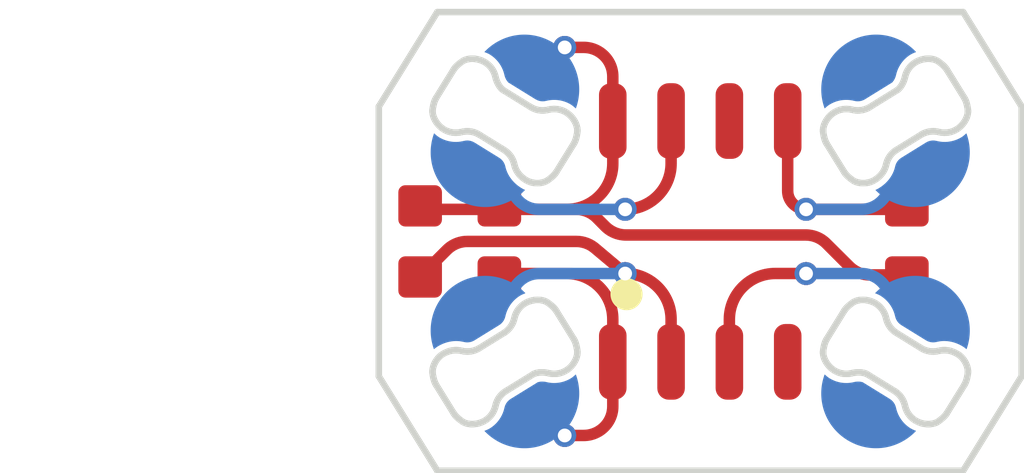
<source format=kicad_pcb>
(kicad_pcb (version 20241229) (generator "pcbnew") (generator_version "9.0")
  (layers (0 "F.Cu" signal) (2 "B.Cu" signal) (13 "F.Paste" user) (15 "B.Paste" user) (5 "F.SilkS" user "F.Silkscreen") (7 "B.SilkS" user "B.Silkscreen") (1 "F.Mask" user) (3 "B.Mask" user) (25 "Edge.Cuts" user))
  (net 0 "")
  (footprint "modules:v3.6-joint_padauk" (layer "F.Cu") (at 0 0)
    (property "Reference" "")
    (property "Value" "")
    (fp_line (start 8.000029 2.06034) (end 8.000029 7.940083) (stroke (width 0.141421)) (layer "Edge.Cuts"))
    (fp_line (start 8.000029 7.940083) (end 9.273853 9.999906) (stroke (width 0.141421)) (layer "Edge.Cuts"))
    (fp_line (start 9.169005 7.847774) (end 9.170435 7.81119) (stroke (width 0.141421)) (layer "Edge.Cuts"))
    (fp_line (start 9.169147 2.149868) (end 9.17205 2.118217) (stroke (width 0.141421)) (layer "Edge.Cuts"))
    (fp_line (start 9.170139 2.183453) (end 9.169147 2.149868) (stroke (width 0.141421)) (layer "Edge.Cuts"))
    (fp_line (start 9.170435 7.81119) (end 9.176133 7.773065) (stroke (width 0.141421)) (layer "Edge.Cuts"))
    (fp_line (start 9.17205 2.118217) (end 9.181253 2.065626) (stroke (width 0.141421)) (layer "Edge.Cuts"))
    (fp_line (start 9.17205 7.882206) (end 9.169005 7.847774) (stroke (width 0.141421)) (layer "Edge.Cuts"))
    (fp_line (start 9.174942 2.218536) (end 9.170139 2.183453) (stroke (width 0.141421)) (layer "Edge.Cuts"))
    (fp_line (start 9.176133 7.773065) (end 9.185895 7.734012) (stroke (width 0.141421)) (layer "Edge.Cuts"))
    (fp_line (start 9.181253 2.065626) (end 9.190847 2.020532) (stroke (width 0.141421)) (layer "Edge.Cuts"))
    (fp_line (start 9.181349 7.934896) (end 9.17205 7.882206) (stroke (width 0.141421)) (layer "Edge.Cuts"))
    (fp_line (start 9.183467 2.254681) (end 9.174942 2.218536) (stroke (width 0.141421)) (layer "Edge.Cuts"))
    (fp_line (start 9.185895 7.734012) (end 9.199513 7.694642) (stroke (width 0.141421)) (layer "Edge.Cuts"))
    (fp_line (start 9.190847 2.020532) (end 9.201 1.98181) (stroke (width 0.141421)) (layer "Edge.Cuts"))
    (fp_line (start 9.191011 7.980051) (end 9.181349 7.934896) (stroke (width 0.141421)) (layer "Edge.Cuts"))
    (fp_line (start 9.195627 2.291454) (end 9.183467 2.254681) (stroke (width 0.141421)) (layer "Edge.Cuts"))
    (fp_line (start 9.199513 7.694642) (end 9.21678 7.655567) (stroke (width 0.141421)) (layer "Edge.Cuts"))
    (fp_line (start 9.201 1.98181) (end 9.211883 1.948332) (stroke (width 0.141421)) (layer "Edge.Cuts"))
    (fp_line (start 9.201202 8.018801) (end 9.191011 7.980051) (stroke (width 0.141421)) (layer "Edge.Cuts"))
    (fp_line (start 9.211337 2.328417) (end 9.195627 2.291454) (stroke (width 0.141421)) (layer "Edge.Cuts"))
    (fp_line (start 9.211883 1.948332) (end 9.223664 1.918972) (stroke (width 0.141421)) (layer "Edge.Cuts"))
    (fp_line (start 9.21209 8.052274) (end 9.201202 8.018801) (stroke (width 0.141421)) (layer "Edge.Cuts"))
    (fp_line (start 9.21678 7.655567) (end 9.237491 7.617398) (stroke (width 0.141421)) (layer "Edge.Cuts"))
    (fp_line (start 9.223664 1.918972) (end 9.236513 1.892605) (stroke (width 0.141421)) (layer "Edge.Cuts"))
    (fp_line (start 9.22384 8.0816) (end 9.21209 8.052274) (stroke (width 0.141421)) (layer "Edge.Cuts"))
    (fp_line (start 9.230508 2.365136) (end 9.211337 2.328417) (stroke (width 0.141421)) (layer "Edge.Cuts"))
    (fp_line (start 9.236513 1.892605) (end 9.250598 1.868103) (stroke (width 0.141421)) (layer "Edge.Cuts"))
    (fp_line (start 9.236621 8.107905) (end 9.22384 8.0816) (stroke (width 0.141421)) (layer "Edge.Cuts"))
    (fp_line (start 9.237491 7.617398) (end 9.261439 7.580748) (stroke (width 0.141421)) (layer "Edge.Cuts"))
    (fp_line (start 9.250598 1.868103) (end 9.627319 1.258838) (stroke (width 0.141421)) (layer "Edge.Cuts"))
    (fp_line (start 9.250598 8.13232) (end 9.236621 8.107905) (stroke (width 0.141421)) (layer "Edge.Cuts"))
    (fp_line (start 9.253055 2.401175) (end 9.230508 2.365136) (stroke (width 0.141421)) (layer "Edge.Cuts"))
    (fp_line (start 9.261439 7.580748) (end 9.288417 7.546227) (stroke (width 0.141421)) (layer "Edge.Cuts"))
    (fp_line (start 9.273853 0) (end 8.000029 2.06034) (stroke (width 0.141421)) (layer "Edge.Cuts"))
    (fp_line (start 9.273853 9.999906) (end 20.726383 9.999906) (stroke (width 0.141421)) (layer "Edge.Cuts"))
    (fp_line (start 9.27889 2.436098) (end 9.253055 2.401175) (stroke (width 0.141421)) (layer "Edge.Cuts"))
    (fp_line (start 9.288417 7.546227) (end 9.31822 7.514447) (stroke (width 0.141421)) (layer "Edge.Cuts"))
    (fp_line (start 9.307927 2.469469) (end 9.27889 2.436098) (stroke (width 0.141421)) (layer "Edge.Cuts"))
    (fp_line (start 9.31822 7.514447) (end 9.350641 7.486021) (stroke (width 0.141421)) (layer "Edge.Cuts"))
    (fp_line (start 9.340079 2.500853) (end 9.307927 2.469469) (stroke (width 0.141421)) (layer "Edge.Cuts"))
    (fp_line (start 9.350641 7.486021) (end 9.385474 7.46156) (stroke (width 0.141421)) (layer "Edge.Cuts"))
    (fp_line (start 9.375258 2.529814) (end 9.340079 2.500853) (stroke (width 0.141421)) (layer "Edge.Cuts"))
    (fp_line (start 9.385474 7.46156) (end 9.42463 7.438949) (stroke (width 0.141421)) (layer "Edge.Cuts"))
    (fp_line (start 9.413379 2.555916) (end 9.375258 2.529814) (stroke (width 0.141421)) (layer "Edge.Cuts"))
    (fp_line (start 9.42463 7.438949) (end 9.463605 7.419671) (stroke (width 0.141421)) (layer "Edge.Cuts"))
    (fp_line (start 9.448962 2.575929) (end 9.413379 2.555916) (stroke (width 0.141421)) (layer "Edge.Cuts"))
    (fp_line (start 9.463605 7.419671) (end 9.502377 7.403664) (stroke (width 0.141421)) (layer "Edge.Cuts"))
    (fp_line (start 9.485795 2.592861) (end 9.448962 2.575929) (stroke (width 0.141421)) (layer "Edge.Cuts"))
    (fp_line (start 9.502377 7.403664) (end 9.540922 7.390862) (stroke (width 0.141421)) (layer "Edge.Cuts"))
    (fp_line (start 9.523688 2.606691) (end 9.485795 2.592861) (stroke (width 0.141421)) (layer "Edge.Cuts"))
    (fp_line (start 9.540922 7.390862) (end 9.579219 7.381201) (stroke (width 0.141421)) (layer "Edge.Cuts"))
    (fp_line (start 9.562448 2.617396) (end 9.523688 2.606691) (stroke (width 0.141421)) (layer "Edge.Cuts"))
    (fp_line (start 9.579219 7.381201) (end 9.617244 7.374616) (stroke (width 0.141421)) (layer "Edge.Cuts"))
    (fp_line (start 9.601883 2.624957) (end 9.562448 2.617396) (stroke (width 0.141421)) (layer "Edge.Cuts"))
    (fp_line (start 9.617244 7.374616) (end 9.654975 7.371045) (stroke (width 0.141421)) (layer "Edge.Cuts"))
    (fp_line (start 9.627319 1.258838) (end 9.64295 1.235193) (stroke (width 0.141421)) (layer "Edge.Cuts"))
    (fp_line (start 9.627319 8.741585) (end 9.250598 8.13232) (stroke (width 0.141421)) (layer "Edge.Cuts"))
    (fp_line (start 9.641804 2.629351) (end 9.601883 2.624957) (stroke (width 0.141421)) (layer "Edge.Cuts"))
    (fp_line (start 9.64295 1.235193) (end 9.660806 1.211802) (stroke (width 0.141421)) (layer "Edge.Cuts"))
    (fp_line (start 9.642953 8.76524) (end 9.627319 8.741585) (stroke (width 0.141421)) (layer "Edge.Cuts"))
    (fp_line (start 9.654975 7.371045) (end 9.692389 7.370421) (stroke (width 0.141421)) (layer "Edge.Cuts"))
    (fp_line (start 9.660806 1.211802) (end 9.681815 1.188013) (stroke (width 0.141421)) (layer "Edge.Cuts"))
    (fp_line (start 9.660811 8.788637) (end 9.642953 8.76524) (stroke (width 0.141421)) (layer "Edge.Cuts"))
    (fp_line (start 9.681815 1.188013) (end 9.706904 1.163178) (stroke (width 0.141421)) (layer "Edge.Cuts"))
    (fp_line (start 9.681822 8.812426) (end 9.660811 8.788637) (stroke (width 0.141421)) (layer "Edge.Cuts"))
    (fp_line (start 9.682017 2.630556) (end 9.641804 2.629351) (stroke (width 0.141421)) (layer "Edge.Cuts"))
    (fp_line (start 9.692389 7.370421) (end 9.729463 7.372681) (stroke (width 0.141421)) (layer "Edge.Cuts"))
    (fp_line (start 9.706904 1.163178) (end 9.737003 1.136648) (stroke (width 0.141421)) (layer "Edge.Cuts"))
    (fp_line (start 9.706913 8.837259) (end 9.681822 8.812426) (stroke (width 0.141421)) (layer "Edge.Cuts"))
    (fp_line (start 9.722333 2.628552) (end 9.682017 2.630556) (stroke (width 0.141421)) (layer "Edge.Cuts"))
    (fp_line (start 9.729463 7.372681) (end 9.766175 7.377761) (stroke (width 0.141421)) (layer "Edge.Cuts"))
    (fp_line (start 9.737003 1.136648) (end 9.773038 1.107773) (stroke (width 0.141421)) (layer "Edge.Cuts"))
    (fp_line (start 9.73701 8.863785) (end 9.706913 8.837259) (stroke (width 0.141421)) (layer "Edge.Cuts"))
    (fp_line (start 9.762558 2.623316) (end 9.722333 2.628552) (stroke (width 0.141421)) (layer "Edge.Cuts"))
    (fp_line (start 9.766175 7.377761) (end 9.802502 7.385596) (stroke (width 0.141421)) (layer "Edge.Cuts"))
    (fp_line (start 9.773038 1.107773) (end 9.815938 1.075903) (stroke (width 0.141421)) (layer "Edge.Cuts"))
    (fp_line (start 9.773041 8.892655) (end 9.73701 8.863785) (stroke (width 0.141421)) (layer "Edge.Cuts"))
    (fp_line (start 9.802502 2.614828) (end 9.762558 2.623316) (stroke (width 0.141421)) (layer "Edge.Cuts"))
    (fp_line (start 9.802502 7.385596) (end 9.842405 7.394064) (stroke (width 0.141421)) (layer "Edge.Cuts"))
    (fp_line (start 9.815933 8.924519) (end 9.773041 8.892655) (stroke (width 0.141421)) (layer "Edge.Cuts"))
    (fp_line (start 9.815938 1.075903) (end 9.845327 1.057828) (stroke (width 0.141421)) (layer "Edge.Cuts"))
    (fp_line (start 9.842405 2.606349) (end 9.802502 2.614828) (stroke (width 0.141421)) (layer "Edge.Cuts"))
    (fp_line (start 9.842405 7.394064) (end 9.882513 7.39927) (stroke (width 0.141421)) (layer "Edge.Cuts"))
    (fp_line (start 9.842922 8.941315) (end 9.815933 8.924519) (stroke (width 0.141421)) (layer "Edge.Cuts"))
    (fp_line (start 9.845327 1.057828) (end 9.878724 1.042872) (stroke (width 0.141421)) (layer "Edge.Cuts"))
    (fp_line (start 9.873381 8.955484) (end 9.842922 8.941315) (stroke (width 0.141421)) (layer "Edge.Cuts"))
    (fp_line (start 9.878724 1.042872) (end 9.915598 1.031174) (stroke (width 0.141421)) (layer "Edge.Cuts"))
    (fp_line (start 9.882513 2.601137) (end 9.842405 2.606349) (stroke (width 0.141421)) (layer "Edge.Cuts"))
    (fp_line (start 9.882513 7.39927) (end 9.922646 7.401245) (stroke (width 0.141421)) (layer "Edge.Cuts"))
    (fp_line (start 9.906882 8.96691) (end 9.873381 8.955484) (stroke (width 0.141421)) (layer "Edge.Cuts"))
    (fp_line (start 9.915598 1.031174) (end 9.955416 1.02287) (stroke (width 0.141421)) (layer "Edge.Cuts"))
    (fp_line (start 9.922646 2.599159) (end 9.882513 2.601137) (stroke (width 0.141421)) (layer "Edge.Cuts"))
    (fp_line (start 9.922646 7.401245) (end 9.962622 7.400019) (stroke (width 0.141421)) (layer "Edge.Cuts"))
    (fp_line (start 9.942997 8.975474) (end 9.906882 8.96691) (stroke (width 0.141421)) (layer "Edge.Cuts"))
    (fp_line (start 9.955416 1.02287) (end 9.997649 1.018097) (stroke (width 0.141421)) (layer "Edge.Cuts"))
    (fp_line (start 9.962622 2.600385) (end 9.922646 2.599159) (stroke (width 0.141421)) (layer "Edge.Cuts"))
    (fp_line (start 9.962622 7.400019) (end 10.002261 7.395624) (stroke (width 0.141421)) (layer "Edge.Cuts"))
    (fp_line (start 9.981299 8.981059) (end 9.942997 8.975474) (stroke (width 0.141421)) (layer "Edge.Cuts"))
    (fp_line (start 9.997649 1.018097) (end 10.041764 1.016992) (stroke (width 0.141421)) (layer "Edge.Cuts"))
    (fp_line (start 10.00226 2.604781) (end 9.962622 2.600385) (stroke (width 0.141421)) (layer "Edge.Cuts"))
    (fp_line (start 10.002261 7.395624) (end 10.04138 7.388092) (stroke (width 0.141421)) (layer "Edge.Cuts"))
    (fp_line (start 10.02136 8.983547) (end 9.981299 8.981059) (stroke (width 0.141421)) (layer "Edge.Cuts"))
    (fp_line (start 10.04138 2.612317) (end 10.00226 2.604781) (stroke (width 0.141421)) (layer "Edge.Cuts"))
    (fp_line (start 10.04138 7.388092) (end 10.079799 7.377452) (stroke (width 0.141421)) (layer "Edge.Cuts"))
    (fp_line (start 10.041764 1.016992) (end 10.075758 1.018659) (stroke (width 0.141421)) (layer "Edge.Cuts"))
    (fp_line (start 10.062753 8.982821) (end 10.02136 8.983547) (stroke (width 0.141421)) (layer "Edge.Cuts"))
    (fp_line (start 10.075758 1.018659) (end 10.110267 1.022542) (stroke (width 0.141421)) (layer "Edge.Cuts"))
    (fp_line (start 10.079799 2.62296) (end 10.04138 2.612317) (stroke (width 0.141421)) (layer "Edge.Cuts"))
    (fp_line (start 10.079799 7.377452) (end 10.117337 7.363736) (stroke (width 0.141421)) (layer "Edge.Cuts"))
    (fp_line (start 10.10505 8.978762) (end 10.062753 8.982821) (stroke (width 0.141421)) (layer "Edge.Cuts"))
    (fp_line (start 10.110267 1.022542) (end 10.145057 1.028706) (stroke (width 0.141421)) (layer "Edge.Cuts"))
    (fp_line (start 10.117337 2.63668) (end 10.079799 2.62296) (stroke (width 0.141421)) (layer "Edge.Cuts"))
    (fp_line (start 10.117337 7.363736) (end 10.153811 7.346976) (stroke (width 0.141421)) (layer "Edge.Cuts"))
    (fp_line (start 10.145057 1.028706) (end 10.179898 1.037217) (stroke (width 0.141421)) (layer "Edge.Cuts"))
    (fp_line (start 10.147823 8.971253) (end 10.10505 8.978762) (stroke (width 0.141421)) (layer "Edge.Cuts"))
    (fp_line (start 10.153811 2.653445) (end 10.117337 2.63668) (stroke (width 0.141421)) (layer "Edge.Cuts"))
    (fp_line (start 10.153811 7.346976) (end 10.189042 7.327202) (stroke (width 0.141421)) (layer "Edge.Cuts"))
    (fp_line (start 10.179898 1.037217) (end 10.214558 1.048142) (stroke (width 0.141421)) (layer "Edge.Cuts"))
    (fp_line (start 10.189042 2.673222) (end 10.153811 2.653445) (stroke (width 0.141421)) (layer "Edge.Cuts"))
    (fp_line (start 10.189042 7.327202) (end 10.726477 6.994922) (stroke (width 0.141421)) (layer "Edge.Cuts"))
    (fp_line (start 10.190645 8.960177) (end 10.147823 8.971253) (stroke (width 0.141421)) (layer "Edge.Cuts"))
    (fp_line (start 10.214558 1.048142) (end 10.248805 1.061546) (stroke (width 0.141421)) (layer "Edge.Cuts"))
    (fp_line (start 10.233088 8.945416) (end 10.190645 8.960177) (stroke (width 0.141421)) (layer "Edge.Cuts"))
    (fp_line (start 10.248805 1.061546) (end 10.282407 1.077496) (stroke (width 0.141421)) (layer "Edge.Cuts"))
    (fp_line (start 10.274725 8.926851) (end 10.233088 8.945416) (stroke (width 0.141421)) (layer "Edge.Cuts"))
    (fp_line (start 10.282407 1.077496) (end 10.315133 1.096057) (stroke (width 0.141421)) (layer "Edge.Cuts"))
    (fp_line (start 10.315128 8.904366) (end 10.274725 8.926851) (stroke (width 0.141421)) (layer "Edge.Cuts"))
    (fp_line (start 10.315133 1.096057) (end 10.348841 1.118856) (stroke (width 0.141421)) (layer "Edge.Cuts"))
    (fp_line (start 10.348822 8.881557) (end 10.315128 8.904366) (stroke (width 0.141421)) (layer "Edge.Cuts"))
    (fp_line (start 10.348841 1.118856) (end 10.380398 1.144149) (stroke (width 0.141421)) (layer "Edge.Cuts"))
    (fp_line (start 10.380342 8.85626) (end 10.348822 8.881557) (stroke (width 0.141421)) (layer "Edge.Cuts"))
    (fp_line (start 10.380398 1.144149) (end 10.409689 1.17177) (stroke (width 0.141421)) (layer "Edge.Cuts"))
    (fp_line (start 10.409578 8.828639) (end 10.380342 8.85626) (stroke (width 0.141421)) (layer "Edge.Cuts"))
    (fp_line (start 10.409689 1.17177) (end 10.436597 1.201555) (stroke (width 0.141421)) (layer "Edge.Cuts"))
    (fp_line (start 10.436419 8.798857) (end 10.409578 8.828639) (stroke (width 0.141421)) (layer "Edge.Cuts"))
    (fp_line (start 10.436597 1.201555) (end 10.461005 1.233338) (stroke (width 0.141421)) (layer "Edge.Cuts"))
    (fp_line (start 10.460753 8.767078) (end 10.436419 8.798857) (stroke (width 0.141421)) (layer "Edge.Cuts"))
    (fp_line (start 10.461005 1.233338) (end 10.482797 1.266954) (stroke (width 0.141421)) (layer "Edge.Cuts"))
    (fp_line (start 10.482471 8.733467) (end 10.460753 8.767078) (stroke (width 0.141421)) (layer "Edge.Cuts"))
    (fp_line (start 10.482797 1.266954) (end 10.501857 1.302239) (stroke (width 0.141421)) (layer "Edge.Cuts"))
    (fp_line (start 10.50146 8.698186) (end 10.482471 8.733467) (stroke (width 0.141421)) (layer "Edge.Cuts"))
    (fp_line (start 10.501857 1.302239) (end 10.518067 1.339026) (stroke (width 0.141421)) (layer "Edge.Cuts"))
    (fp_line (start 10.517611 8.661401) (end 10.50146 8.698186) (stroke (width 0.141421)) (layer "Edge.Cuts"))
    (fp_line (start 10.518067 1.339026) (end 10.531312 1.377152) (stroke (width 0.141421)) (layer "Edge.Cuts"))
    (fp_line (start 10.530813 8.623275) (end 10.517611 8.661401) (stroke (width 0.141421)) (layer "Edge.Cuts"))
    (fp_line (start 10.531312 1.377152) (end 10.541475 1.416451) (stroke (width 0.141421)) (layer "Edge.Cuts"))
    (fp_line (start 10.540954 8.583972) (end 10.530813 8.623275) (stroke (width 0.141421)) (layer "Edge.Cuts"))
    (fp_line (start 10.541475 1.416451) (end 10.552816 1.459988) (stroke (width 0.141421)) (layer "Edge.Cuts"))
    (fp_line (start 10.551066 8.544686) (end 10.540954 8.583972) (stroke (width 0.141421)) (layer "Edge.Cuts"))
    (fp_line (start 10.552816 1.459988) (end 10.567381 1.501722) (stroke (width 0.141421)) (layer "Edge.Cuts"))
    (fp_line (start 10.564199 8.506636) (end 10.551066 8.544686) (stroke (width 0.141421)) (layer "Edge.Cuts"))
    (fp_line (start 10.567381 1.501722) (end 10.584568 1.541152) (stroke (width 0.141421)) (layer "Edge.Cuts"))
    (fp_line (start 10.580242 8.469972) (end 10.564199 8.506636) (stroke (width 0.141421)) (layer "Edge.Cuts"))
    (fp_line (start 10.584568 1.541152) (end 10.603771 1.577774) (stroke (width 0.141421)) (layer "Edge.Cuts"))
    (fp_line (start 10.599085 8.434842) (end 10.580242 8.469972) (stroke (width 0.141421)) (layer "Edge.Cuts"))
    (fp_line (start 10.603771 1.577774) (end 10.624388 1.611087) (stroke (width 0.141421)) (layer "Edge.Cuts"))
    (fp_line (start 10.620616 8.401395) (end 10.599085 8.434842) (stroke (width 0.141421)) (layer "Edge.Cuts"))
    (fp_line (start 10.624388 1.611087) (end 10.645814 1.640588) (stroke (width 0.141421)) (layer "Edge.Cuts"))
    (fp_line (start 10.644724 8.369779) (end 10.620616 8.401395) (stroke (width 0.141421)) (layer "Edge.Cuts"))
    (fp_line (start 10.645814 1.640588) (end 10.667445 1.665773) (stroke (width 0.141421)) (layer "Edge.Cuts"))
    (fp_line (start 10.667445 1.665773) (end 10.688678 1.686141) (stroke (width 0.141421)) (layer "Edge.Cuts"))
    (fp_line (start 10.671299 8.340145) (end 10.644724 8.369779) (stroke (width 0.141421)) (layer "Edge.Cuts"))
    (fp_line (start 10.688678 1.686141) (end 10.708907 1.701188) (stroke (width 0.141421)) (layer "Edge.Cuts"))
    (fp_line (start 10.700229 8.312639) (end 10.671299 8.340145) (stroke (width 0.141421)) (layer "Edge.Cuts"))
    (fp_line (start 10.708907 1.701188) (end 11.307837 2.071708) (stroke (width 0.141421)) (layer "Edge.Cuts"))
    (fp_line (start 10.726477 6.994922) (end 10.759929 6.972248) (stroke (width 0.141421)) (layer "Edge.Cuts"))
    (fp_line (start 10.726994 3.005492) (end 10.189042 2.673222) (stroke (width 0.141421)) (layer "Edge.Cuts"))
    (fp_line (start 10.731404 8.287412) (end 10.700229 8.312639) (stroke (width 0.141421)) (layer "Edge.Cuts"))
    (fp_line (start 10.759929 6.972248) (end 10.791252 6.947102) (stroke (width 0.141421)) (layer "Edge.Cuts"))
    (fp_line (start 10.760431 3.028166) (end 10.726994 3.005492) (stroke (width 0.141421)) (layer "Edge.Cuts"))
    (fp_line (start 10.764713 8.264612) (end 10.731404 8.287412) (stroke (width 0.141421)) (layer "Edge.Cuts"))
    (fp_line (start 10.791252 6.947102) (end 10.820335 6.919633) (stroke (width 0.141421)) (layer "Edge.Cuts"))
    (fp_line (start 10.791716 3.053312) (end 10.760431 3.028166) (stroke (width 0.141421)) (layer "Edge.Cuts"))
    (fp_line (start 10.820335 6.919633) (end 10.847065 6.889994) (stroke (width 0.141421)) (layer "Edge.Cuts"))
    (fp_line (start 10.820741 3.080779) (end 10.791716 3.053312) (stroke (width 0.141421)) (layer "Edge.Cuts"))
    (fp_line (start 10.847065 6.889994) (end 10.871332 6.858335) (stroke (width 0.141421)) (layer "Edge.Cuts"))
    (fp_line (start 10.847402 3.110417) (end 10.820741 3.080779) (stroke (width 0.141421)) (layer "Edge.Cuts"))
    (fp_line (start 10.871332 6.858335) (end 10.893023 6.824808) (stroke (width 0.141421)) (layer "Edge.Cuts"))
    (fp_line (start 10.871593 3.142075) (end 10.847402 3.110417) (stroke (width 0.141421)) (layer "Edge.Cuts"))
    (fp_line (start 10.893023 6.824808) (end 10.912025 6.789565) (stroke (width 0.141421)) (layer "Edge.Cuts"))
    (fp_line (start 10.893207 3.1756) (end 10.871593 3.142075) (stroke (width 0.141421)) (layer "Edge.Cuts"))
    (fp_line (start 10.912025 6.789565) (end 10.928228 6.752756) (stroke (width 0.141421)) (layer "Edge.Cuts"))
    (fp_line (start 10.91214 3.210844) (end 10.893207 3.1756) (stroke (width 0.141421)) (layer "Edge.Cuts"))
    (fp_line (start 10.928228 6.752756) (end 10.941519 6.714532) (stroke (width 0.141421)) (layer "Edge.Cuts"))
    (fp_line (start 10.928284 3.247654) (end 10.91214 3.210844) (stroke (width 0.141421)) (layer "Edge.Cuts"))
    (fp_line (start 10.941519 6.714532) (end 10.951786 6.675045) (stroke (width 0.141421)) (layer "Edge.Cuts"))
    (fp_line (start 10.941535 3.285879) (end 10.928284 3.247654) (stroke (width 0.141421)) (layer "Edge.Cuts"))
    (fp_line (start 10.951786 3.325369) (end 10.941535 3.285879) (stroke (width 0.141421)) (layer "Edge.Cuts"))
    (fp_line (start 10.951786 6.675045) (end 10.962061 6.635512) (stroke (width 0.141421)) (layer "Edge.Cuts"))
    (fp_line (start 10.961024 3.361369) (end 10.951786 3.325369) (stroke (width 0.141421)) (layer "Edge.Cuts"))
    (fp_line (start 10.962061 6.635512) (end 10.975378 6.597171) (stroke (width 0.141421)) (layer "Edge.Cuts"))
    (fp_line (start 10.972916 3.396476) (end 10.961024 3.361369) (stroke (width 0.141421)) (layer "Edge.Cuts"))
    (fp_line (start 10.975378 6.597171) (end 10.99163 6.560186) (stroke (width 0.141421)) (layer "Edge.Cuts"))
    (fp_line (start 10.987505 3.430644) (end 10.972916 3.396476) (stroke (width 0.141421)) (layer "Edge.Cuts"))
    (fp_line (start 10.99163 6.560186) (end 11.010712 6.524722) (stroke (width 0.141421)) (layer "Edge.Cuts"))
    (fp_line (start 11.004836 3.463824) (end 10.987505 3.430644) (stroke (width 0.141421)) (layer "Edge.Cuts"))
    (fp_line (start 11.010712 6.524722) (end 11.032517 6.490943) (stroke (width 0.141421)) (layer "Edge.Cuts"))
    (fp_line (start 11.024951 3.495968) (end 11.004836 3.463824) (stroke (width 0.141421)) (layer "Edge.Cuts"))
    (fp_line (start 11.032517 6.490943) (end 11.056937 6.459015) (stroke (width 0.141421)) (layer "Edge.Cuts"))
    (fp_line (start 11.047894 3.527027) (end 11.024951 3.495968) (stroke (width 0.141421)) (layer "Edge.Cuts"))
    (fp_line (start 11.056937 6.459015) (end 11.083867 6.429102) (stroke (width 0.141421)) (layer "Edge.Cuts"))
    (fp_line (start 11.073709 3.556953) (end 11.047894 3.527027) (stroke (width 0.141421)) (layer "Edge.Cuts"))
    (fp_line (start 11.083867 6.429102) (end 11.113199 6.401369) (stroke (width 0.141421)) (layer "Edge.Cuts"))
    (fp_line (start 11.102439 3.585699) (end 11.073709 3.556953) (stroke (width 0.141421)) (layer "Edge.Cuts"))
    (fp_line (start 11.113199 6.401369) (end 11.144828 6.375981) (stroke (width 0.141421)) (layer "Edge.Cuts"))
    (fp_line (start 11.134128 3.613216) (end 11.102439 3.585699) (stroke (width 0.141421)) (layer "Edge.Cuts"))
    (fp_line (start 11.144828 6.375981) (end 11.178646 6.353101) (stroke (width 0.141421)) (layer "Edge.Cuts"))
    (fp_line (start 11.168819 3.639455) (end 11.134128 3.613216) (stroke (width 0.141421)) (layer "Edge.Cuts"))
    (fp_line (start 11.178646 6.353101) (end 11.211367 6.3346) (stroke (width 0.141421)) (layer "Edge.Cuts"))
    (fp_line (start 11.206556 3.66437) (end 11.168819 3.639455) (stroke (width 0.141421)) (layer "Edge.Cuts"))
    (fp_line (start 11.211367 6.3346) (end 11.244972 6.318723) (stroke (width 0.141421)) (layer "Edge.Cuts"))
    (fp_line (start 11.244006 3.684591) (end 11.206556 3.66437) (stroke (width 0.141421)) (layer "Edge.Cuts"))
    (fp_line (start 11.244972 6.318723) (end 11.279225 6.3054) (stroke (width 0.141421)) (layer "Edge.Cuts"))
    (fp_line (start 11.279225 6.3054) (end 11.313893 6.294557) (stroke (width 0.141421)) (layer "Edge.Cuts"))
    (fp_line (start 11.283931 3.700874) (end 11.244006 3.684591) (stroke (width 0.141421)) (layer "Edge.Cuts"))
    (fp_line (start 11.307837 2.071708) (end 11.343122 2.091288) (stroke (width 0.141421)) (layer "Edge.Cuts"))
    (fp_line (start 11.313893 6.294557) (end 11.34874 6.286122) (stroke (width 0.141421)) (layer "Edge.Cuts"))
    (fp_line (start 11.32569 3.713309) (end 11.283931 3.700874) (stroke (width 0.141421)) (layer "Edge.Cuts"))
    (fp_line (start 11.343122 2.091288) (end 11.379613 2.107852) (stroke (width 0.141421)) (layer "Edge.Cuts"))
    (fp_line (start 11.34874 6.286122) (end 11.383533 6.280025) (stroke (width 0.141421)) (layer "Edge.Cuts"))
    (fp_line (start 11.364159 7.894609) (end 10.764713 8.264612) (stroke (width 0.141421)) (layer "Edge.Cuts"))
    (fp_line (start 11.368643 3.721986) (end 11.32569 3.713309) (stroke (width 0.141421)) (layer "Edge.Cuts"))
    (fp_line (start 11.379613 2.107852) (end 11.41713 2.121375) (stroke (width 0.141421)) (layer "Edge.Cuts"))
    (fp_line (start 11.383533 6.280025) (end 11.418035 6.276192) (stroke (width 0.141421)) (layer "Edge.Cuts"))
    (fp_line (start 11.386653 7.883234) (end 11.364159 7.894609) (stroke (width 0.141421)) (layer "Edge.Cuts"))
    (fp_line (start 11.41215 3.726996) (end 11.368643 3.721986) (stroke (width 0.141421)) (layer "Edge.Cuts"))
    (fp_line (start 11.414331 7.873325) (end 11.386653 7.883234) (stroke (width 0.141421)) (layer "Edge.Cuts"))
    (fp_line (start 11.41713 2.121375) (end 11.455493 2.131827) (stroke (width 0.141421)) (layer "Edge.Cuts"))
    (fp_line (start 11.418035 6.276192) (end 11.452014 6.274552) (stroke (width 0.141421)) (layer "Edge.Cuts"))
    (fp_line (start 11.446482 7.865202) (end 11.414331 7.873325) (stroke (width 0.141421)) (layer "Edge.Cuts"))
    (fp_line (start 11.452014 6.274552) (end 11.496106 6.27568) (stroke (width 0.141421)) (layer "Edge.Cuts"))
    (fp_line (start 11.455493 2.131827) (end 11.494521 2.139183) (stroke (width 0.141421)) (layer "Edge.Cuts"))
    (fp_line (start 11.455568 3.728429) (end 11.41215 3.726996) (stroke (width 0.141421)) (layer "Edge.Cuts"))
    (fp_line (start 11.48239 7.859184) (end 11.446482 7.865202) (stroke (width 0.141421)) (layer "Edge.Cuts"))
    (fp_line (start 11.494521 2.139183) (end 11.534035 2.143414) (stroke (width 0.141421)) (layer "Edge.Cuts"))
    (fp_line (start 11.496106 6.27568) (end 11.538328 6.280477) (stroke (width 0.141421)) (layer "Edge.Cuts"))
    (fp_line (start 11.498259 3.726375) (end 11.455568 3.728429) (stroke (width 0.141421)) (layer "Edge.Cuts"))
    (fp_line (start 11.521344 7.855591) (end 11.48239 7.859184) (stroke (width 0.141421)) (layer "Edge.Cuts"))
    (fp_line (start 11.534035 2.143414) (end 11.573854 2.144494) (stroke (width 0.141421)) (layer "Edge.Cuts"))
    (fp_line (start 11.538328 6.280477) (end 11.578145 6.288798) (stroke (width 0.141421)) (layer "Edge.Cuts"))
    (fp_line (start 11.53958 3.720924) (end 11.498259 3.726375) (stroke (width 0.141421)) (layer "Edge.Cuts"))
    (fp_line (start 11.562629 7.854743) (end 11.521344 7.855591) (stroke (width 0.141421)) (layer "Edge.Cuts"))
    (fp_line (start 11.573854 2.144494) (end 11.613799 2.142395) (stroke (width 0.141421)) (layer "Edge.Cuts"))
    (fp_line (start 11.578145 6.288798) (end 11.615025 6.3005) (stroke (width 0.141421)) (layer "Edge.Cuts"))
    (fp_line (start 11.578892 3.712167) (end 11.53958 3.720924) (stroke (width 0.141421)) (layer "Edge.Cuts"))
    (fp_line (start 11.605532 7.856961) (end 11.562629 7.854743) (stroke (width 0.141421)) (layer "Edge.Cuts"))
    (fp_line (start 11.613799 2.142395) (end 11.653688 2.137091) (stroke (width 0.141421)) (layer "Edge.Cuts"))
    (fp_line (start 11.615025 6.3005) (end 11.648435 6.315436) (stroke (width 0.141421)) (layer "Edge.Cuts"))
    (fp_line (start 11.615553 3.700193) (end 11.578892 3.712167) (stroke (width 0.141421)) (layer "Edge.Cuts"))
    (fp_line (start 11.648435 6.315436) (end 11.67784 6.333463) (stroke (width 0.141421)) (layer "Edge.Cuts"))
    (fp_line (start 11.648923 3.685094) (end 11.615553 3.700193) (stroke (width 0.141421)) (layer "Edge.Cuts"))
    (fp_line (start 11.649339 7.862563) (end 11.605532 7.856961) (stroke (width 0.141421)) (layer "Edge.Cuts"))
    (fp_line (start 11.653688 2.137091) (end 11.693343 2.128552) (stroke (width 0.141421)) (layer "Edge.Cuts"))
    (fp_line (start 11.67784 6.333463) (end 11.720766 6.365231) (stroke (width 0.141421)) (layer "Edge.Cuts"))
    (fp_line (start 11.678362 3.66696) (end 11.648923 3.685094) (stroke (width 0.141421)) (layer "Edge.Cuts"))
    (fp_line (start 11.693338 7.871871) (end 11.649339 7.862563) (stroke (width 0.141421)) (layer "Edge.Cuts"))
    (fp_line (start 11.693343 2.128552) (end 11.733035 2.12005) (stroke (width 0.141421)) (layer "Edge.Cuts"))
    (fp_line (start 11.720766 6.365231) (end 11.756814 6.394021) (stroke (width 0.141421)) (layer "Edge.Cuts"))
    (fp_line (start 11.721333 3.635058) (end 11.678362 3.66696) (stroke (width 0.141421)) (layer "Edge.Cuts"))
    (fp_line (start 11.733027 7.880368) (end 11.693338 7.871871) (stroke (width 0.141421)) (layer "Edge.Cuts"))
    (fp_line (start 11.733035 2.12005) (end 11.773044 2.11482) (stroke (width 0.141421)) (layer "Edge.Cuts"))
    (fp_line (start 11.756814 6.394021) (end 11.786915 6.420479) (stroke (width 0.141421)) (layer "Edge.Cuts"))
    (fp_line (start 11.757406 3.606177) (end 11.721333 3.635058) (stroke (width 0.141421)) (layer "Edge.Cuts"))
    (fp_line (start 11.773034 7.885597) (end 11.733027 7.880368) (stroke (width 0.141421)) (layer "Edge.Cuts"))
    (fp_line (start 11.773044 2.11482) (end 11.813174 2.112837) (stroke (width 0.141421)) (layer "Edge.Cuts"))
    (fp_line (start 11.786915 6.420479) (end 11.811999 6.445249) (stroke (width 0.141421)) (layer "Edge.Cuts"))
    (fp_line (start 11.787514 3.579673) (end 11.757406 3.606177) (stroke (width 0.141421)) (layer "Edge.Cuts"))
    (fp_line (start 11.811999 6.445249) (end 11.832998 6.468976) (stroke (width 0.141421)) (layer "Edge.Cuts"))
    (fp_line (start 11.812592 3.5549) (end 11.787514 3.579673) (stroke (width 0.141421)) (layer "Edge.Cuts"))
    (fp_line (start 11.813162 7.887584) (end 11.773034 7.885597) (stroke (width 0.141421)) (layer "Edge.Cuts"))
    (fp_line (start 11.813174 2.112837) (end 11.853227 2.114071) (stroke (width 0.141421)) (layer "Edge.Cuts"))
    (fp_line (start 11.832998 6.468976) (end 11.850841 6.492305) (stroke (width 0.141421)) (layer "Edge.Cuts"))
    (fp_line (start 11.833574 3.531217) (end 11.812592 3.5549) (stroke (width 0.141421)) (layer "Edge.Cuts"))
    (fp_line (start 11.850841 6.492305) (end 11.866459 6.515881) (stroke (width 0.141421)) (layer "Edge.Cuts"))
    (fp_line (start 11.851392 3.507979) (end 11.833574 3.531217) (stroke (width 0.141421)) (layer "Edge.Cuts"))
    (fp_line (start 11.853216 7.886356) (end 11.813162 7.887584) (stroke (width 0.141421)) (layer "Edge.Cuts"))
    (fp_line (start 11.853227 2.114071) (end 11.893007 2.118494) (stroke (width 0.141421)) (layer "Edge.Cuts"))
    (fp_line (start 11.866459 6.515881) (end 12.24318 7.12463) (stroke (width 0.141421)) (layer "Edge.Cuts"))
    (fp_line (start 11.866981 3.484542) (end 11.851392 3.507979) (stroke (width 0.141421)) (layer "Edge.Cuts"))
    (fp_line (start 11.892996 7.88194) (end 11.853216 7.886356) (stroke (width 0.141421)) (layer "Edge.Cuts"))
    (fp_line (start 11.893007 2.118494) (end 11.932316 2.126078) (stroke (width 0.141421)) (layer "Edge.Cuts"))
    (fp_line (start 11.932307 7.874362) (end 11.892996 7.88194) (stroke (width 0.141421)) (layer "Edge.Cuts"))
    (fp_line (start 11.932316 2.126078) (end 11.970959 2.136796) (stroke (width 0.141421)) (layer "Edge.Cuts"))
    (fp_line (start 11.970951 7.863648) (end 11.932307 7.874362) (stroke (width 0.141421)) (layer "Edge.Cuts"))
    (fp_line (start 11.970959 2.136796) (end 12.008738 2.150618) (stroke (width 0.141421)) (layer "Edge.Cuts"))
    (fp_line (start 12.008731 7.849826) (end 11.970951 7.863648) (stroke (width 0.141421)) (layer "Edge.Cuts"))
    (fp_line (start 12.008738 2.150618) (end 12.045456 2.167516) (stroke (width 0.141421)) (layer "Edge.Cuts"))
    (fp_line (start 12.04545 7.832921) (end 12.008731 7.849826) (stroke (width 0.141421)) (layer "Edge.Cuts"))
    (fp_line (start 12.045456 2.167516) (end 12.080916 2.187463) (stroke (width 0.141421)) (layer "Edge.Cuts"))
    (fp_line (start 12.080911 7.81296) (end 12.04545 7.832921) (stroke (width 0.141421)) (layer "Edge.Cuts"))
    (fp_line (start 12.080916 2.187463) (end 12.119093 2.21355) (stroke (width 0.141421)) (layer "Edge.Cuts"))
    (fp_line (start 12.11909 7.786873) (end 12.080911 7.81296) (stroke (width 0.141421)) (layer "Edge.Cuts"))
    (fp_line (start 12.119093 2.21355) (end 12.154319 2.242499) (stroke (width 0.141421)) (layer "Edge.Cuts"))
    (fp_line (start 12.154317 7.757925) (end 12.11909 7.786873) (stroke (width 0.141421)) (layer "Edge.Cuts"))
    (fp_line (start 12.154319 2.242499) (end 12.186508 2.273875) (stroke (width 0.141421)) (layer "Edge.Cuts"))
    (fp_line (start 12.186507 7.726551) (end 12.154317 7.757925) (stroke (width 0.141421)) (layer "Edge.Cuts"))
    (fp_line (start 12.186508 2.273875) (end 12.215572 2.307242) (stroke (width 0.141421)) (layer "Edge.Cuts"))
    (fp_line (start 12.215572 2.307242) (end 12.241425 2.342163) (stroke (width 0.141421)) (layer "Edge.Cuts"))
    (fp_line (start 12.215572 7.693186) (end 12.186507 7.726551) (stroke (width 0.141421)) (layer "Edge.Cuts"))
    (fp_line (start 12.241425 2.342163) (end 12.26398 2.378202) (stroke (width 0.141421)) (layer "Edge.Cuts"))
    (fp_line (start 12.241425 7.658267) (end 12.215572 7.693186) (stroke (width 0.141421)) (layer "Edge.Cuts"))
    (fp_line (start 12.24318 7.12463) (end 12.257327 7.149189) (stroke (width 0.141421)) (layer "Edge.Cuts"))
    (fp_line (start 12.243185 2.875793) (end 11.866981 3.484542) (stroke (width 0.141421)) (layer "Edge.Cuts"))
    (fp_line (start 12.257327 7.149189) (end 12.270235 7.175637) (stroke (width 0.141421)) (layer "Edge.Cuts"))
    (fp_line (start 12.25733 2.85123) (end 12.243185 2.875793) (stroke (width 0.141421)) (layer "Edge.Cuts"))
    (fp_line (start 12.26398 2.378202) (end 12.283151 2.414924) (stroke (width 0.141421)) (layer "Edge.Cuts"))
    (fp_line (start 12.263981 7.62223) (end 12.241425 7.658267) (stroke (width 0.141421)) (layer "Edge.Cuts"))
    (fp_line (start 12.270235 7.175637) (end 12.282077 7.20509) (stroke (width 0.141421)) (layer "Edge.Cuts"))
    (fp_line (start 12.270238 2.824779) (end 12.25733 2.85123) (stroke (width 0.141421)) (layer "Edge.Cuts"))
    (fp_line (start 12.282077 7.20509) (end 12.293026 7.238662) (stroke (width 0.141421)) (layer "Edge.Cuts"))
    (fp_line (start 12.282081 2.795325) (end 12.270238 2.824779) (stroke (width 0.141421)) (layer "Edge.Cuts"))
    (fp_line (start 12.283151 2.414924) (end 12.29885 2.451892) (stroke (width 0.141421)) (layer "Edge.Cuts"))
    (fp_line (start 12.283152 7.585509) (end 12.263981 7.62223) (stroke (width 0.141421)) (layer "Edge.Cuts"))
    (fp_line (start 12.293026 7.238662) (end 12.303254 7.277471) (stroke (width 0.141421)) (layer "Edge.Cuts"))
    (fp_line (start 12.293032 2.761752) (end 12.282081 2.795325) (stroke (width 0.141421)) (layer "Edge.Cuts"))
    (fp_line (start 12.29885 2.451892) (end 12.310992 2.48867) (stroke (width 0.141421)) (layer "Edge.Cuts"))
    (fp_line (start 12.298852 7.548542) (end 12.283152 7.585509) (stroke (width 0.141421)) (layer "Edge.Cuts"))
    (fp_line (start 12.303254 7.277471) (end 12.312934 7.322632) (stroke (width 0.141421)) (layer "Edge.Cuts"))
    (fp_line (start 12.303262 2.722944) (end 12.293032 2.761752) (stroke (width 0.141421)) (layer "Edge.Cuts"))
    (fp_line (start 12.310992 2.48867) (end 12.319489 2.524822) (stroke (width 0.141421)) (layer "Edge.Cuts"))
    (fp_line (start 12.310993 7.511764) (end 12.298852 7.548542) (stroke (width 0.141421)) (layer "Edge.Cuts"))
    (fp_line (start 12.312934 7.322632) (end 12.32224 7.37526) (stroke (width 0.141421)) (layer "Edge.Cuts"))
    (fp_line (start 12.312942 2.677786) (end 12.303262 2.722944) (stroke (width 0.141421)) (layer "Edge.Cuts"))
    (fp_line (start 12.319489 2.524822) (end 12.324255 2.559912) (stroke (width 0.141421)) (layer "Edge.Cuts"))
    (fp_line (start 12.319489 7.475611) (end 12.310993 7.511764) (stroke (width 0.141421)) (layer "Edge.Cuts"))
    (fp_line (start 12.32224 7.37526) (end 12.325199 7.406923) (stroke (width 0.141421)) (layer "Edge.Cuts"))
    (fp_line (start 12.322245 2.625163) (end 12.312942 2.677786) (stroke (width 0.141421)) (layer "Edge.Cuts"))
    (fp_line (start 12.324253 7.440519) (end 12.319489 7.475611) (stroke (width 0.141421)) (layer "Edge.Cuts"))
    (fp_line (start 12.324255 2.559912) (end 12.325202 2.593505) (stroke (width 0.141421)) (layer "Edge.Cuts"))
    (fp_line (start 12.325199 7.406923) (end 12.324253 7.440519) (stroke (width 0.141421)) (layer "Edge.Cuts"))
    (fp_line (start 12.325202 2.593505) (end 12.322245 2.625163) (stroke (width 0.141421)) (layer "Edge.Cuts"))
    (fp_line (start 17.675032 7.406924) (end 17.677991 7.375261) (stroke (width 0.141421)) (layer "Edge.Cuts"))
    (fp_line (start 17.675039 2.593514) (end 17.675987 2.559922) (stroke (width 0.141421)) (layer "Edge.Cuts"))
    (fp_line (start 17.675978 7.440519) (end 17.675032 7.406924) (stroke (width 0.141421)) (layer "Edge.Cuts"))
    (fp_line (start 17.675987 2.559922) (end 17.680752 2.524831) (stroke (width 0.141421)) (layer "Edge.Cuts"))
    (fp_line (start 17.677991 7.375261) (end 17.687297 7.322633) (stroke (width 0.141421)) (layer "Edge.Cuts"))
    (fp_line (start 17.677996 2.625172) (end 17.675039 2.593514) (stroke (width 0.141421)) (layer "Edge.Cuts"))
    (fp_line (start 17.680743 7.475612) (end 17.675978 7.440519) (stroke (width 0.141421)) (layer "Edge.Cuts"))
    (fp_line (start 17.680752 2.524831) (end 17.68925 2.488679) (stroke (width 0.141421)) (layer "Edge.Cuts"))
    (fp_line (start 17.687296 2.677796) (end 17.677996 2.625172) (stroke (width 0.141421)) (layer "Edge.Cuts"))
    (fp_line (start 17.687297 7.322633) (end 17.696979 7.277473) (stroke (width 0.141421)) (layer "Edge.Cuts"))
    (fp_line (start 17.68924 7.511765) (end 17.680743 7.475612) (stroke (width 0.141421)) (layer "Edge.Cuts"))
    (fp_line (start 17.68925 2.488679) (end 17.701392 2.451901) (stroke (width 0.141421)) (layer "Edge.Cuts"))
    (fp_line (start 17.696975 2.722953) (end 17.687296 2.677796) (stroke (width 0.141421)) (layer "Edge.Cuts"))
    (fp_line (start 17.696979 7.277473) (end 17.707208 7.238666) (stroke (width 0.141421)) (layer "Edge.Cuts"))
    (fp_line (start 17.701381 7.548543) (end 17.68924 7.511765) (stroke (width 0.141421)) (layer "Edge.Cuts"))
    (fp_line (start 17.701392 2.451901) (end 17.717091 2.414933) (stroke (width 0.141421)) (layer "Edge.Cuts"))
    (fp_line (start 17.707205 2.761761) (end 17.696975 2.722953) (stroke (width 0.141421)) (layer "Edge.Cuts"))
    (fp_line (start 17.707208 7.238666) (end 17.718158 7.205094) (stroke (width 0.141421)) (layer "Edge.Cuts"))
    (fp_line (start 17.717081 7.58551) (end 17.701381 7.548543) (stroke (width 0.141421)) (layer "Edge.Cuts"))
    (fp_line (start 17.717091 2.414933) (end 17.736262 2.378211) (stroke (width 0.141421)) (layer "Edge.Cuts"))
    (fp_line (start 17.718157 2.795334) (end 17.707205 2.761761) (stroke (width 0.141421)) (layer "Edge.Cuts"))
    (fp_line (start 17.718158 7.205094) (end 17.73 7.175642) (stroke (width 0.141421)) (layer "Edge.Cuts"))
    (fp_line (start 17.73 7.175642) (end 17.742907 7.149193) (stroke (width 0.141421)) (layer "Edge.Cuts"))
    (fp_line (start 17.730002 2.824788) (end 17.718157 2.795334) (stroke (width 0.141421)) (layer "Edge.Cuts"))
    (fp_line (start 17.736252 7.62223) (end 17.717081 7.58551) (stroke (width 0.141421)) (layer "Edge.Cuts"))
    (fp_line (start 17.736262 2.378211) (end 17.758818 2.342172) (stroke (width 0.141421)) (layer "Edge.Cuts"))
    (fp_line (start 17.742907 7.149193) (end 17.757051 7.12463) (stroke (width 0.141421)) (layer "Edge.Cuts"))
    (fp_line (start 17.742911 2.851239) (end 17.730002 2.824788) (stroke (width 0.141421)) (layer "Edge.Cuts"))
    (fp_line (start 17.757051 7.12463) (end 18.133772 6.515882) (stroke (width 0.141421)) (layer "Edge.Cuts"))
    (fp_line (start 17.757056 2.875803) (end 17.742911 2.851239) (stroke (width 0.141421)) (layer "Edge.Cuts"))
    (fp_line (start 17.758808 7.658267) (end 17.736252 7.62223) (stroke (width 0.141421)) (layer "Edge.Cuts"))
    (fp_line (start 17.758818 2.342172) (end 17.784671 2.307251) (stroke (width 0.141421)) (layer "Edge.Cuts"))
    (fp_line (start 17.784662 7.693186) (end 17.758808 7.658267) (stroke (width 0.141421)) (layer "Edge.Cuts"))
    (fp_line (start 17.784671 2.307251) (end 17.813735 2.273885) (stroke (width 0.141421)) (layer "Edge.Cuts"))
    (fp_line (start 17.813727 7.726551) (end 17.784662 7.693186) (stroke (width 0.141421)) (layer "Edge.Cuts"))
    (fp_line (start 17.813735 2.273885) (end 17.845923 2.242509) (stroke (width 0.141421)) (layer "Edge.Cuts"))
    (fp_line (start 17.845916 7.757925) (end 17.813727 7.726551) (stroke (width 0.141421)) (layer "Edge.Cuts"))
    (fp_line (start 17.845923 2.242509) (end 17.881149 2.213559) (stroke (width 0.141421)) (layer "Edge.Cuts"))
    (fp_line (start 17.881143 7.786874) (end 17.845916 7.757925) (stroke (width 0.141421)) (layer "Edge.Cuts"))
    (fp_line (start 17.881149 2.213559) (end 17.919325 2.187473) (stroke (width 0.141421)) (layer "Edge.Cuts"))
    (fp_line (start 17.91932 7.81296) (end 17.881143 7.786874) (stroke (width 0.141421)) (layer "Edge.Cuts"))
    (fp_line (start 17.919325 2.187473) (end 17.954771 2.167525) (stroke (width 0.141421)) (layer "Edge.Cuts"))
    (fp_line (start 17.954771 2.167525) (end 17.99145 2.150627) (stroke (width 0.141421)) (layer "Edge.Cuts"))
    (fp_line (start 17.954781 7.832921) (end 17.91932 7.81296) (stroke (width 0.141421)) (layer "Edge.Cuts"))
    (fp_line (start 17.99145 2.150627) (end 18.029171 2.136805) (stroke (width 0.141421)) (layer "Edge.Cuts"))
    (fp_line (start 17.9915 7.849826) (end 17.954781 7.832921) (stroke (width 0.141421)) (layer "Edge.Cuts"))
    (fp_line (start 18.029171 2.136805) (end 18.067743 2.126088) (stroke (width 0.141421)) (layer "Edge.Cuts"))
    (fp_line (start 18.02928 7.863649) (end 17.9915 7.849826) (stroke (width 0.141421)) (layer "Edge.Cuts"))
    (fp_line (start 18.067743 2.126088) (end 18.106976 2.118503) (stroke (width 0.141421)) (layer "Edge.Cuts"))
    (fp_line (start 18.067924 7.874362) (end 18.02928 7.863649) (stroke (width 0.141421)) (layer "Edge.Cuts"))
    (fp_line (start 18.106976 2.118503) (end 18.146679 2.11408) (stroke (width 0.141421)) (layer "Edge.Cuts"))
    (fp_line (start 18.107235 7.881941) (end 18.067924 7.874362) (stroke (width 0.141421)) (layer "Edge.Cuts"))
    (fp_line (start 18.13326 3.484551) (end 17.757056 2.875803) (stroke (width 0.141421)) (layer "Edge.Cuts"))
    (fp_line (start 18.133772 6.515882) (end 18.14939 6.492306) (stroke (width 0.141421)) (layer "Edge.Cuts"))
    (fp_line (start 18.146679 2.11408) (end 18.186662 2.112846) (stroke (width 0.141421)) (layer "Edge.Cuts"))
    (fp_line (start 18.147016 7.886357) (end 18.107235 7.881941) (stroke (width 0.141421)) (layer "Edge.Cuts"))
    (fp_line (start 18.148848 3.507988) (end 18.13326 3.484551) (stroke (width 0.141421)) (layer "Edge.Cuts"))
    (fp_line (start 18.14939 6.492306) (end 18.167233 6.468977) (stroke (width 0.141421)) (layer "Edge.Cuts"))
    (fp_line (start 18.166666 3.531227) (end 18.148848 3.507988) (stroke (width 0.141421)) (layer "Edge.Cuts"))
    (fp_line (start 18.167233 6.468977) (end 18.188231 6.44525) (stroke (width 0.141421)) (layer "Edge.Cuts"))
    (fp_line (start 18.186662 2.112846) (end 18.226733 2.11483) (stroke (width 0.141421)) (layer "Edge.Cuts"))
    (fp_line (start 18.187069 7.887585) (end 18.147016 7.886357) (stroke (width 0.141421)) (layer "Edge.Cuts"))
    (fp_line (start 18.187648 3.55491) (end 18.166666 3.531227) (stroke (width 0.141421)) (layer "Edge.Cuts"))
    (fp_line (start 18.188231 6.44525) (end 18.213315 6.42048) (stroke (width 0.141421)) (layer "Edge.Cuts"))
    (fp_line (start 18.212726 3.579682) (end 18.187648 3.55491) (stroke (width 0.141421)) (layer "Edge.Cuts"))
    (fp_line (start 18.213315 6.42048) (end 18.243417 6.394022) (stroke (width 0.141421)) (layer "Edge.Cuts"))
    (fp_line (start 18.226733 2.11483) (end 18.266703 2.120059) (stroke (width 0.141421)) (layer "Edge.Cuts"))
    (fp_line (start 18.227197 7.885597) (end 18.187069 7.887585) (stroke (width 0.141421)) (layer "Edge.Cuts"))
    (fp_line (start 18.242836 3.606187) (end 18.212726 3.579682) (stroke (width 0.141421)) (layer "Edge.Cuts"))
    (fp_line (start 18.243417 6.394022) (end 18.279465 6.365232) (stroke (width 0.141421)) (layer "Edge.Cuts"))
    (fp_line (start 18.266703 2.120059) (end 18.306381 2.128562) (stroke (width 0.141421)) (layer "Edge.Cuts"))
    (fp_line (start 18.267204 7.880368) (end 18.227197 7.885597) (stroke (width 0.141421)) (layer "Edge.Cuts"))
    (fp_line (start 18.278909 3.635066) (end 18.242836 3.606187) (stroke (width 0.141421)) (layer "Edge.Cuts"))
    (fp_line (start 18.279465 6.365232) (end 18.322391 6.333464) (stroke (width 0.141421)) (layer "Edge.Cuts"))
    (fp_line (start 18.306381 2.128562) (end 18.346051 2.1371) (stroke (width 0.141421)) (layer "Edge.Cuts"))
    (fp_line (start 18.306893 7.871871) (end 18.267204 7.880368) (stroke (width 0.141421)) (layer "Edge.Cuts"))
    (fp_line (start 18.321881 3.666965) (end 18.278909 3.635066) (stroke (width 0.141421)) (layer "Edge.Cuts"))
    (fp_line (start 18.322391 6.333464) (end 18.351796 6.315436) (stroke (width 0.141421)) (layer "Edge.Cuts"))
    (fp_line (start 18.346051 2.1371) (end 18.38598 2.142406) (stroke (width 0.141421)) (layer "Edge.Cuts"))
    (fp_line (start 18.350892 7.862564) (end 18.306893 7.871871) (stroke (width 0.141421)) (layer "Edge.Cuts"))
    (fp_line (start 18.35132 3.685097) (end 18.321881 3.666965) (stroke (width 0.141421)) (layer "Edge.Cuts"))
    (fp_line (start 18.351796 6.315436) (end 18.385205 6.300499) (stroke (width 0.141421)) (layer "Edge.Cuts"))
    (fp_line (start 18.38469 3.700194) (end 18.35132 3.685097) (stroke (width 0.141421)) (layer "Edge.Cuts"))
    (fp_line (start 18.385205 6.300499) (end 18.422084 6.288798) (stroke (width 0.141421)) (layer "Edge.Cuts"))
    (fp_line (start 18.38598 2.142406) (end 18.425983 2.144505) (stroke (width 0.141421)) (layer "Edge.Cuts"))
    (fp_line (start 18.3947 7.856962) (end 18.350892 7.862564) (stroke (width 0.141421)) (layer "Edge.Cuts"))
    (fp_line (start 18.421352 3.712165) (end 18.38469 3.700194) (stroke (width 0.141421)) (layer "Edge.Cuts"))
    (fp_line (start 18.422084 6.288798) (end 18.461902 6.280476) (stroke (width 0.141421)) (layer "Edge.Cuts"))
    (fp_line (start 18.425983 2.144505) (end 18.465872 2.143426) (stroke (width 0.141421)) (layer "Edge.Cuts"))
    (fp_line (start 18.437603 7.854745) (end 18.3947 7.856962) (stroke (width 0.141421)) (layer "Edge.Cuts"))
    (fp_line (start 18.460663 3.72092) (end 18.421352 3.712165) (stroke (width 0.141421)) (layer "Edge.Cuts"))
    (fp_line (start 18.461902 6.280476) (end 18.504124 6.275679) (stroke (width 0.141421)) (layer "Edge.Cuts"))
    (fp_line (start 18.465872 2.143426) (end 18.505462 2.139196) (stroke (width 0.141421)) (layer "Edge.Cuts"))
    (fp_line (start 18.478888 7.855593) (end 18.437603 7.854745) (stroke (width 0.141421)) (layer "Edge.Cuts"))
    (fp_line (start 18.501985 3.726369) (end 18.460663 3.72092) (stroke (width 0.141421)) (layer "Edge.Cuts"))
    (fp_line (start 18.504124 6.275679) (end 18.548218 6.274552) (stroke (width 0.141421)) (layer "Edge.Cuts"))
    (fp_line (start 18.505462 2.139196) (end 18.544567 2.131841) (stroke (width 0.141421)) (layer "Edge.Cuts"))
    (fp_line (start 18.517841 7.859185) (end 18.478888 7.855593) (stroke (width 0.141421)) (layer "Edge.Cuts"))
    (fp_line (start 18.544567 2.131841) (end 18.583 2.121388) (stroke (width 0.141421)) (layer "Edge.Cuts"))
    (fp_line (start 18.544675 3.728422) (end 18.501985 3.726369) (stroke (width 0.141421)) (layer "Edge.Cuts"))
    (fp_line (start 18.548218 6.274552) (end 18.582196 6.276191) (stroke (width 0.141421)) (layer "Edge.Cuts"))
    (fp_line (start 18.55375 7.865203) (end 18.517841 7.859185) (stroke (width 0.141421)) (layer "Edge.Cuts"))
    (fp_line (start 18.582196 6.276191) (end 18.616699 6.280023) (stroke (width 0.141421)) (layer "Edge.Cuts"))
    (fp_line (start 18.583 2.121388) (end 18.620574 2.107866) (stroke (width 0.141421)) (layer "Edge.Cuts"))
    (fp_line (start 18.5859 7.873327) (end 18.55375 7.865203) (stroke (width 0.141421)) (layer "Edge.Cuts"))
    (fp_line (start 18.588093 3.726989) (end 18.544675 3.728422) (stroke (width 0.141421)) (layer "Edge.Cuts"))
    (fp_line (start 18.613578 7.883235) (end 18.5859 7.873327) (stroke (width 0.141421)) (layer "Edge.Cuts"))
    (fp_line (start 18.616699 6.280023) (end 18.651493 6.286121) (stroke (width 0.141421)) (layer "Edge.Cuts"))
    (fp_line (start 18.620574 2.107866) (end 18.657104 2.0913) (stroke (width 0.141421)) (layer "Edge.Cuts"))
    (fp_line (start 18.631599 3.72198) (end 18.588093 3.726989) (stroke (width 0.141421)) (layer "Edge.Cuts"))
    (fp_line (start 18.636072 7.894609) (end 18.613578 7.883235) (stroke (width 0.141421)) (layer "Edge.Cuts"))
    (fp_line (start 18.651493 6.286121) (end 18.686341 6.294556) (stroke (width 0.141421)) (layer "Edge.Cuts"))
    (fp_line (start 18.657104 2.0913) (end 18.692404 2.071718) (stroke (width 0.141421)) (layer "Edge.Cuts"))
    (fp_line (start 18.674552 3.713304) (end 18.631599 3.72198) (stroke (width 0.141421)) (layer "Edge.Cuts"))
    (fp_line (start 18.686341 6.294556) (end 18.72101 6.305399) (stroke (width 0.141421)) (layer "Edge.Cuts"))
    (fp_line (start 18.692404 2.071718) (end 19.291334 1.701188) (stroke (width 0.141421)) (layer "Edge.Cuts"))
    (fp_line (start 18.716312 3.700871) (end 18.674552 3.713304) (stroke (width 0.141421)) (layer "Edge.Cuts"))
    (fp_line (start 18.72101 6.305399) (end 18.755264 6.318723) (stroke (width 0.141421)) (layer "Edge.Cuts"))
    (fp_line (start 18.755264 6.318723) (end 18.788869 6.3346) (stroke (width 0.141421)) (layer "Edge.Cuts"))
    (fp_line (start 18.756237 3.684592) (end 18.716312 3.700871) (stroke (width 0.141421)) (layer "Edge.Cuts"))
    (fp_line (start 18.788869 6.3346) (end 18.82159 6.353101) (stroke (width 0.141421)) (layer "Edge.Cuts"))
    (fp_line (start 18.793687 3.664375) (end 18.756237 3.684592) (stroke (width 0.141421)) (layer "Edge.Cuts"))
    (fp_line (start 18.82159 6.3531) (end 18.855408 6.37598) (stroke (width 0.141421)) (layer "Edge.Cuts"))
    (fp_line (start 18.82159 6.353101) (end 18.82159 6.3531) (stroke (width 0.141421)) (layer "Edge.Cuts"))
    (fp_line (start 18.831421 3.639462) (end 18.793687 3.664375) (stroke (width 0.141421)) (layer "Edge.Cuts"))
    (fp_line (start 18.855408 6.37598) (end 18.887036 6.401369) (stroke (width 0.141421)) (layer "Edge.Cuts"))
    (fp_line (start 18.866111 3.613224) (end 18.831421 3.639462) (stroke (width 0.141421)) (layer "Edge.Cuts"))
    (fp_line (start 18.887036 6.401369) (end 18.916369 6.429104) (stroke (width 0.141421)) (layer "Edge.Cuts"))
    (fp_line (start 18.897798 3.585708) (end 18.866111 3.613224) (stroke (width 0.141421)) (layer "Edge.Cuts"))
    (fp_line (start 18.916369 6.429104) (end 18.943298 6.459017) (stroke (width 0.141421)) (layer "Edge.Cuts"))
    (fp_line (start 18.926528 3.556962) (end 18.897798 3.585708) (stroke (width 0.141421)) (layer "Edge.Cuts"))
    (fp_line (start 18.943298 6.459017) (end 18.967718 6.490946) (stroke (width 0.141421)) (layer "Edge.Cuts"))
    (fp_line (start 18.952342 3.527036) (end 18.926528 3.556962) (stroke (width 0.141421)) (layer "Edge.Cuts"))
    (fp_line (start 18.967718 6.490946) (end 18.989522 6.524725) (stroke (width 0.141421)) (layer "Edge.Cuts"))
    (fp_line (start 18.975286 3.495977) (end 18.952342 3.527036) (stroke (width 0.141421)) (layer "Edge.Cuts"))
    (fp_line (start 18.989522 6.524725) (end 19.008604 6.560189) (stroke (width 0.141421)) (layer "Edge.Cuts"))
    (fp_line (start 18.995401 3.463833) (end 18.975286 3.495977) (stroke (width 0.141421)) (layer "Edge.Cuts"))
    (fp_line (start 19.008604 6.560189) (end 19.024857 6.597174) (stroke (width 0.141421)) (layer "Edge.Cuts"))
    (fp_line (start 19.012732 3.430653) (end 18.995401 3.463833) (stroke (width 0.141421)) (layer "Edge.Cuts"))
    (fp_line (start 19.024857 6.597174) (end 19.038175 6.635514) (stroke (width 0.141421)) (layer "Edge.Cuts"))
    (fp_line (start 19.027322 3.396485) (end 19.012732 3.430653) (stroke (width 0.141421)) (layer "Edge.Cuts"))
    (fp_line (start 19.038175 6.635514) (end 19.04845 6.675045) (stroke (width 0.141421)) (layer "Edge.Cuts"))
    (fp_line (start 19.039214 3.361377) (end 19.027322 3.396485) (stroke (width 0.141421)) (layer "Edge.Cuts"))
    (fp_line (start 19.04845 6.675045) (end 19.058717 6.714534) (stroke (width 0.141421)) (layer "Edge.Cuts"))
    (fp_line (start 19.048452 3.325378) (end 19.039214 3.361377) (stroke (width 0.141421)) (layer "Edge.Cuts"))
    (fp_line (start 19.058703 3.285888) (end 19.048452 3.325378) (stroke (width 0.141421)) (layer "Edge.Cuts"))
    (fp_line (start 19.058717 6.714534) (end 19.072008 6.752759) (stroke (width 0.141421)) (layer "Edge.Cuts"))
    (fp_line (start 19.071953 3.247662) (end 19.058703 3.285888) (stroke (width 0.141421)) (layer "Edge.Cuts"))
    (fp_line (start 19.072008 6.752759) (end 19.088211 6.789568) (stroke (width 0.141421)) (layer "Edge.Cuts"))
    (fp_line (start 19.088098 3.210852) (end 19.071953 3.247662) (stroke (width 0.141421)) (layer "Edge.Cuts"))
    (fp_line (start 19.088211 6.789568) (end 19.107213 6.824812) (stroke (width 0.141421)) (layer "Edge.Cuts"))
    (fp_line (start 19.10703 3.175609) (end 19.088098 3.210852) (stroke (width 0.141421)) (layer "Edge.Cuts"))
    (fp_line (start 19.107213 6.824812) (end 19.128904 6.858338) (stroke (width 0.141421)) (layer "Edge.Cuts"))
    (fp_line (start 19.128644 3.142083) (end 19.10703 3.175609) (stroke (width 0.141421)) (layer "Edge.Cuts"))
    (fp_line (start 19.128904 6.858338) (end 19.153171 6.889996) (stroke (width 0.141421)) (layer "Edge.Cuts"))
    (fp_line (start 19.152835 3.110425) (end 19.128644 3.142083) (stroke (width 0.141421)) (layer "Edge.Cuts"))
    (fp_line (start 19.153171 6.889996) (end 19.179901 6.919634) (stroke (width 0.141421)) (layer "Edge.Cuts"))
    (fp_line (start 19.179497 3.080787) (end 19.152835 3.110425) (stroke (width 0.141421)) (layer "Edge.Cuts"))
    (fp_line (start 19.179901 6.919634) (end 19.208984 6.947102) (stroke (width 0.141421)) (layer "Edge.Cuts"))
    (fp_line (start 19.208522 3.05332) (end 19.179497 3.080787) (stroke (width 0.141421)) (layer "Edge.Cuts"))
    (fp_line (start 19.208984 6.947102) (end 19.240307 6.972248) (stroke (width 0.141421)) (layer "Edge.Cuts"))
    (fp_line (start 19.235518 8.264612) (end 18.636072 7.894609) (stroke (width 0.141421)) (layer "Edge.Cuts"))
    (fp_line (start 19.239807 3.028174) (end 19.208522 3.05332) (stroke (width 0.141421)) (layer "Edge.Cuts"))
    (fp_line (start 19.240307 6.972248) (end 19.273759 6.994922) (stroke (width 0.141421)) (layer "Edge.Cuts"))
    (fp_line (start 19.268826 8.287413) (end 19.235518 8.264612) (stroke (width 0.141421)) (layer "Edge.Cuts"))
    (fp_line (start 19.273244 3.005501) (end 19.239807 3.028174) (stroke (width 0.141421)) (layer "Edge.Cuts"))
    (fp_line (start 19.273759 6.994922) (end 19.811194 7.327201) (stroke (width 0.141421)) (layer "Edge.Cuts"))
    (fp_line (start 19.291334 1.701188) (end 19.311563 1.686141) (stroke (width 0.141421)) (layer "Edge.Cuts"))
    (fp_line (start 19.300001 8.31264) (end 19.268826 8.287413) (stroke (width 0.141421)) (layer "Edge.Cuts"))
    (fp_line (start 19.311563 1.686141) (end 19.332795 1.665773) (stroke (width 0.141421)) (layer "Edge.Cuts"))
    (fp_line (start 19.328931 8.340145) (end 19.300001 8.31264) (stroke (width 0.141421)) (layer "Edge.Cuts"))
    (fp_line (start 19.332795 1.665773) (end 19.354426 1.640588) (stroke (width 0.141421)) (layer "Edge.Cuts"))
    (fp_line (start 19.354426 1.640588) (end 19.375852 1.611088) (stroke (width 0.141421)) (layer "Edge.Cuts"))
    (fp_line (start 19.355506 8.36978) (end 19.328931 8.340145) (stroke (width 0.141421)) (layer "Edge.Cuts"))
    (fp_line (start 19.375852 1.611088) (end 19.396468 1.577775) (stroke (width 0.141421)) (layer "Edge.Cuts"))
    (fp_line (start 19.379614 8.401395) (end 19.355506 8.36978) (stroke (width 0.141421)) (layer "Edge.Cuts"))
    (fp_line (start 19.396468 1.577775) (end 19.415672 1.541152) (stroke (width 0.141421)) (layer "Edge.Cuts"))
    (fp_line (start 19.401145 8.434842) (end 19.379614 8.401395) (stroke (width 0.141421)) (layer "Edge.Cuts"))
    (fp_line (start 19.415672 1.541152) (end 19.432859 1.501723) (stroke (width 0.141421)) (layer "Edge.Cuts"))
    (fp_line (start 19.419988 8.469972) (end 19.401145 8.434842) (stroke (width 0.141421)) (layer "Edge.Cuts"))
    (fp_line (start 19.432859 1.501723) (end 19.447425 1.459988) (stroke (width 0.141421)) (layer "Edge.Cuts"))
    (fp_line (start 19.436031 8.506637) (end 19.419988 8.469972) (stroke (width 0.141421)) (layer "Edge.Cuts"))
    (fp_line (start 19.447425 1.459988) (end 19.458766 1.416451) (stroke (width 0.141421)) (layer "Edge.Cuts"))
    (fp_line (start 19.449165 8.544686) (end 19.436031 8.506637) (stroke (width 0.141421)) (layer "Edge.Cuts"))
    (fp_line (start 19.458766 1.416451) (end 19.468929 1.377152) (stroke (width 0.141421)) (layer "Edge.Cuts"))
    (fp_line (start 19.459277 8.583973) (end 19.449165 8.544686) (stroke (width 0.141421)) (layer "Edge.Cuts"))
    (fp_line (start 19.468929 1.377152) (end 19.482174 1.339026) (stroke (width 0.141421)) (layer "Edge.Cuts"))
    (fp_line (start 19.469419 8.623278) (end 19.459277 8.583973) (stroke (width 0.141421)) (layer "Edge.Cuts"))
    (fp_line (start 19.482174 1.339026) (end 19.498384 1.302238) (stroke (width 0.141421)) (layer "Edge.Cuts"))
    (fp_line (start 19.482621 8.661406) (end 19.469419 8.623278) (stroke (width 0.141421)) (layer "Edge.Cuts"))
    (fp_line (start 19.498384 1.302238) (end 19.517443 1.266954) (stroke (width 0.141421)) (layer "Edge.Cuts"))
    (fp_line (start 19.498772 8.698191) (end 19.482621 8.661406) (stroke (width 0.141421)) (layer "Edge.Cuts"))
    (fp_line (start 19.517443 1.266954) (end 19.539236 1.233337) (stroke (width 0.141421)) (layer "Edge.Cuts"))
    (fp_line (start 19.517761 8.733471) (end 19.498772 8.698191) (stroke (width 0.141421)) (layer "Edge.Cuts"))
    (fp_line (start 19.539236 1.233337) (end 19.563644 1.201554) (stroke (width 0.141421)) (layer "Edge.Cuts"))
    (fp_line (start 19.539479 8.767082) (end 19.517761 8.733471) (stroke (width 0.141421)) (layer "Edge.Cuts"))
    (fp_line (start 19.563644 1.201554) (end 19.590551 1.17177) (stroke (width 0.141421)) (layer "Edge.Cuts"))
    (fp_line (start 19.563813 8.79886) (end 19.539479 8.767082) (stroke (width 0.141421)) (layer "Edge.Cuts"))
    (fp_line (start 19.590551 1.17177) (end 19.619842 1.144148) (stroke (width 0.141421)) (layer "Edge.Cuts"))
    (fp_line (start 19.590653 8.828641) (end 19.563813 8.79886) (stroke (width 0.141421)) (layer "Edge.Cuts"))
    (fp_line (start 19.619842 1.144148) (end 19.6514 1.118856) (stroke (width 0.141421)) (layer "Edge.Cuts"))
    (fp_line (start 19.619889 8.856261) (end 19.590653 8.828641) (stroke (width 0.141421)) (layer "Edge.Cuts"))
    (fp_line (start 19.6514 1.118856) (end 19.685108 1.096057) (stroke (width 0.141421)) (layer "Edge.Cuts"))
    (fp_line (start 19.651408 8.881558) (end 19.619889 8.856261) (stroke (width 0.141421)) (layer "Edge.Cuts"))
    (fp_line (start 19.685101 8.904366) (end 19.651408 8.881558) (stroke (width 0.141421)) (layer "Edge.Cuts"))
    (fp_line (start 19.685108 1.096057) (end 19.71781 1.077496) (stroke (width 0.141421)) (layer "Edge.Cuts"))
    (fp_line (start 19.71781 1.077496) (end 19.751353 1.061547) (stroke (width 0.141421)) (layer "Edge.Cuts"))
    (fp_line (start 19.725504 8.926851) (end 19.685101 8.904366) (stroke (width 0.141421)) (layer "Edge.Cuts"))
    (fp_line (start 19.751353 1.061547) (end 19.785517 1.048142) (stroke (width 0.141421)) (layer "Edge.Cuts"))
    (fp_line (start 19.767142 8.945415) (end 19.725504 8.926851) (stroke (width 0.141421)) (layer "Edge.Cuts"))
    (fp_line (start 19.785517 1.048142) (end 19.820083 1.037218) (stroke (width 0.141421)) (layer "Edge.Cuts"))
    (fp_line (start 19.809585 8.960176) (end 19.767142 8.945415) (stroke (width 0.141421)) (layer "Edge.Cuts"))
    (fp_line (start 19.811194 7.327201) (end 19.846425 7.346975) (stroke (width 0.141421)) (layer "Edge.Cuts"))
    (fp_line (start 19.811196 2.673221) (end 19.273244 3.005501) (stroke (width 0.141421)) (layer "Edge.Cuts"))
    (fp_line (start 19.820083 1.037218) (end 19.854829 1.028706) (stroke (width 0.141421)) (layer "Edge.Cuts"))
    (fp_line (start 19.846425 7.346975) (end 19.8829 7.363735) (stroke (width 0.141421)) (layer "Edge.Cuts"))
    (fp_line (start 19.846427 2.653444) (end 19.811196 2.673221) (stroke (width 0.141421)) (layer "Edge.Cuts"))
    (fp_line (start 19.852407 8.971252) (end 19.809585 8.960176) (stroke (width 0.141421)) (layer "Edge.Cuts"))
    (fp_line (start 19.854829 1.028706) (end 19.889537 1.022542) (stroke (width 0.141421)) (layer "Edge.Cuts"))
    (fp_line (start 19.8829 7.363735) (end 19.920438 7.377451) (stroke (width 0.141421)) (layer "Edge.Cuts"))
    (fp_line (start 19.882902 2.63668) (end 19.846427 2.653444) (stroke (width 0.141421)) (layer "Edge.Cuts"))
    (fp_line (start 19.889537 1.022542) (end 19.923986 1.01866) (stroke (width 0.141421)) (layer "Edge.Cuts"))
    (fp_line (start 19.895181 8.978761) (end 19.852407 8.971252) (stroke (width 0.141421)) (layer "Edge.Cuts"))
    (fp_line (start 19.920438 7.377451) (end 19.958857 7.388091) (stroke (width 0.141421)) (layer "Edge.Cuts"))
    (fp_line (start 19.920439 2.62296) (end 19.882902 2.63668) (stroke (width 0.141421)) (layer "Edge.Cuts"))
    (fp_line (start 19.923986 1.01866) (end 19.957958 1.016992) (stroke (width 0.141421)) (layer "Edge.Cuts"))
    (fp_line (start 19.937478 8.982819) (end 19.895181 8.978761) (stroke (width 0.141421)) (layer "Edge.Cuts"))
    (fp_line (start 19.957958 1.016992) (end 20.002112 1.018097) (stroke (width 0.141421)) (layer "Edge.Cuts"))
    (fp_line (start 19.958857 7.388091) (end 19.997976 7.395624) (stroke (width 0.141421)) (layer "Edge.Cuts"))
    (fp_line (start 19.958858 2.612316) (end 19.920439 2.62296) (stroke (width 0.141421)) (layer "Edge.Cuts"))
    (fp_line (start 19.97887 8.983546) (end 19.937478 8.982819) (stroke (width 0.141421)) (layer "Edge.Cuts"))
    (fp_line (start 19.997976 7.395624) (end 20.037615 7.400019) (stroke (width 0.141421)) (layer "Edge.Cuts"))
    (fp_line (start 19.997978 2.60478) (end 19.958858 2.612316) (stroke (width 0.141421)) (layer "Edge.Cuts"))
    (fp_line (start 20.002112 1.018097) (end 20.04444 1.02287) (stroke (width 0.141421)) (layer "Edge.Cuts"))
    (fp_line (start 20.018932 8.981058) (end 19.97887 8.983546) (stroke (width 0.141421)) (layer "Edge.Cuts"))
    (fp_line (start 20.037615 7.400019) (end 20.077591 7.401244) (stroke (width 0.141421)) (layer "Edge.Cuts"))
    (fp_line (start 20.037616 2.600384) (end 19.997978 2.60478) (stroke (width 0.141421)) (layer "Edge.Cuts"))
    (fp_line (start 20.04444 1.02287) (end 20.084382 1.031174) (stroke (width 0.141421)) (layer "Edge.Cuts"))
    (fp_line (start 20.057233 8.975473) (end 20.018932 8.981058) (stroke (width 0.141421)) (layer "Edge.Cuts"))
    (fp_line (start 20.077591 7.401244) (end 20.117724 7.39927) (stroke (width 0.141421)) (layer "Edge.Cuts"))
    (fp_line (start 20.077593 2.599159) (end 20.037616 2.600384) (stroke (width 0.141421)) (layer "Edge.Cuts"))
    (fp_line (start 20.084382 1.031174) (end 20.121379 1.042872) (stroke (width 0.141421)) (layer "Edge.Cuts"))
    (fp_line (start 20.093348 8.966909) (end 20.057233 8.975473) (stroke (width 0.141421)) (layer "Edge.Cuts"))
    (fp_line (start 20.117724 7.39927) (end 20.157832 7.394064) (stroke (width 0.141421)) (layer "Edge.Cuts"))
    (fp_line (start 20.117726 2.601137) (end 20.077593 2.599159) (stroke (width 0.141421)) (layer "Edge.Cuts"))
    (fp_line (start 20.121379 1.042872) (end 20.154871 1.057827) (stroke (width 0.141421)) (layer "Edge.Cuts"))
    (fp_line (start 20.126849 8.955484) (end 20.093348 8.966909) (stroke (width 0.141421)) (layer "Edge.Cuts"))
    (fp_line (start 20.154871 1.057827) (end 20.184298 1.075903) (stroke (width 0.141421)) (layer "Edge.Cuts"))
    (fp_line (start 20.157307 8.941314) (end 20.126849 8.955484) (stroke (width 0.141421)) (layer "Edge.Cuts"))
    (fp_line (start 20.157832 7.394064) (end 20.197734 7.385595) (stroke (width 0.141421)) (layer "Edge.Cuts"))
    (fp_line (start 20.157834 2.606349) (end 20.117726 2.601137) (stroke (width 0.141421)) (layer "Edge.Cuts"))
    (fp_line (start 20.184296 8.924519) (end 20.157307 8.941314) (stroke (width 0.141421)) (layer "Edge.Cuts"))
    (fp_line (start 20.184298 1.075903) (end 20.227198 1.107773) (stroke (width 0.141421)) (layer "Edge.Cuts"))
    (fp_line (start 20.197734 7.385595) (end 20.234061 7.37776) (stroke (width 0.141421)) (layer "Edge.Cuts"))
    (fp_line (start 20.197736 2.614827) (end 20.157834 2.606349) (stroke (width 0.141421)) (layer "Edge.Cuts"))
    (fp_line (start 20.227192 8.892654) (end 20.184296 8.924519) (stroke (width 0.141421)) (layer "Edge.Cuts"))
    (fp_line (start 20.227198 1.107773) (end 20.263234 1.136648) (stroke (width 0.141421)) (layer "Edge.Cuts"))
    (fp_line (start 20.234061 7.37776) (end 20.270773 7.372681) (stroke (width 0.141421)) (layer "Edge.Cuts"))
    (fp_line (start 20.23768 2.623316) (end 20.197736 2.614827) (stroke (width 0.141421)) (layer "Edge.Cuts"))
    (fp_line (start 20.263226 8.863784) (end 20.227192 8.892654) (stroke (width 0.141421)) (layer "Edge.Cuts"))
    (fp_line (start 20.263234 1.136648) (end 20.293332 1.163178) (stroke (width 0.141421)) (layer "Edge.Cuts"))
    (fp_line (start 20.270773 7.372681) (end 20.307847 7.37042) (stroke (width 0.141421)) (layer "Edge.Cuts"))
    (fp_line (start 20.277905 2.628551) (end 20.23768 2.623316) (stroke (width 0.141421)) (layer "Edge.Cuts"))
    (fp_line (start 20.293324 8.837258) (end 20.263226 8.863784) (stroke (width 0.141421)) (layer "Edge.Cuts"))
    (fp_line (start 20.293332 1.163178) (end 20.318422 1.188013) (stroke (width 0.141421)) (layer "Edge.Cuts"))
    (fp_line (start 20.307847 7.37042) (end 20.345261 7.371044) (stroke (width 0.141421)) (layer "Edge.Cuts"))
    (fp_line (start 20.31822 2.630556) (end 20.277905 2.628551) (stroke (width 0.141421)) (layer "Edge.Cuts"))
    (fp_line (start 20.318415 8.812425) (end 20.293324 8.837258) (stroke (width 0.141421)) (layer "Edge.Cuts"))
    (fp_line (start 20.318422 1.188013) (end 20.33943 1.211801) (stroke (width 0.141421)) (layer "Edge.Cuts"))
    (fp_line (start 20.339425 8.788636) (end 20.318415 8.812425) (stroke (width 0.141421)) (layer "Edge.Cuts"))
    (fp_line (start 20.33943 1.211801) (end 20.357286 1.235193) (stroke (width 0.141421)) (layer "Edge.Cuts"))
    (fp_line (start 20.345261 7.371044) (end 20.382992 7.374616) (stroke (width 0.141421)) (layer "Edge.Cuts"))
    (fp_line (start 20.357283 8.765239) (end 20.339425 8.788636) (stroke (width 0.141421)) (layer "Edge.Cuts"))
    (fp_line (start 20.357286 1.235193) (end 20.372917 1.258838) (stroke (width 0.141421)) (layer "Edge.Cuts"))
    (fp_line (start 20.358434 2.62935) (end 20.31822 2.630556) (stroke (width 0.141421)) (layer "Edge.Cuts"))
    (fp_line (start 20.372915 8.741584) (end 20.357283 8.765239) (stroke (width 0.141421)) (layer "Edge.Cuts"))
    (fp_line (start 20.372917 1.258838) (end 20.749638 1.868103) (stroke (width 0.141421)) (layer "Edge.Cuts"))
    (fp_line (start 20.382992 7.374616) (end 20.421017 7.3812) (stroke (width 0.141421)) (layer "Edge.Cuts"))
    (fp_line (start 20.398354 2.624957) (end 20.358434 2.62935) (stroke (width 0.141421)) (layer "Edge.Cuts"))
    (fp_line (start 20.421017 7.3812) (end 20.459314 7.390861) (stroke (width 0.141421)) (layer "Edge.Cuts"))
    (fp_line (start 20.43779 2.617396) (end 20.398354 2.624957) (stroke (width 0.141421)) (layer "Edge.Cuts"))
    (fp_line (start 20.459314 7.390861) (end 20.497859 7.403663) (stroke (width 0.141421)) (layer "Edge.Cuts"))
    (fp_line (start 20.47655 2.60669) (end 20.43779 2.617396) (stroke (width 0.141421)) (layer "Edge.Cuts"))
    (fp_line (start 20.497859 7.403663) (end 20.536631 7.41967) (stroke (width 0.141421)) (layer "Edge.Cuts"))
    (fp_line (start 20.514442 2.592861) (end 20.47655 2.60669) (stroke (width 0.141421)) (layer "Edge.Cuts"))
    (fp_line (start 20.536631 7.41967) (end 20.575606 7.438948) (stroke (width 0.141421)) (layer "Edge.Cuts"))
    (fp_line (start 20.551276 2.575929) (end 20.514442 2.592861) (stroke (width 0.141421)) (layer "Edge.Cuts"))
    (fp_line (start 20.575606 7.438948) (end 20.614762 7.461559) (stroke (width 0.141421)) (layer "Edge.Cuts"))
    (fp_line (start 20.586859 2.555916) (end 20.551276 2.575929) (stroke (width 0.141421)) (layer "Edge.Cuts"))
    (fp_line (start 20.614762 7.461559) (end 20.649594 7.48602) (stroke (width 0.141421)) (layer "Edge.Cuts"))
    (fp_line (start 20.62498 2.529814) (end 20.586859 2.555916) (stroke (width 0.141421)) (layer "Edge.Cuts"))
    (fp_line (start 20.649594 7.48602) (end 20.682015 7.514446) (stroke (width 0.141421)) (layer "Edge.Cuts"))
    (fp_line (start 20.66016 2.500853) (end 20.62498 2.529814) (stroke (width 0.141421)) (layer "Edge.Cuts"))
    (fp_line (start 20.682015 7.514446) (end 20.711818 7.546225) (stroke (width 0.141421)) (layer "Edge.Cuts"))
    (fp_line (start 20.692312 2.469469) (end 20.66016 2.500853) (stroke (width 0.141421)) (layer "Edge.Cuts"))
    (fp_line (start 20.711818 7.546225) (end 20.738797 7.580745) (stroke (width 0.141421)) (layer "Edge.Cuts"))
    (fp_line (start 20.721349 2.436098) (end 20.692312 2.469469) (stroke (width 0.141421)) (layer "Edge.Cuts"))
    (fp_line (start 20.726383 0) (end 9.273853 0) (stroke (width 0.141421)) (layer "Edge.Cuts"))
    (fp_line (start 20.726383 9.999906) (end 22.000207 7.940083) (stroke (width 0.141421)) (layer "Edge.Cuts"))
    (fp_line (start 20.738797 7.580745) (end 20.762745 7.617394) (stroke (width 0.141421)) (layer "Edge.Cuts"))
    (fp_line (start 20.747184 2.401175) (end 20.721349 2.436098) (stroke (width 0.141421)) (layer "Edge.Cuts"))
    (fp_line (start 20.749636 8.132319) (end 20.372915 8.741584) (stroke (width 0.141421)) (layer "Edge.Cuts"))
    (fp_line (start 20.749638 1.868103) (end 20.763723 1.892605) (stroke (width 0.141421)) (layer "Edge.Cuts"))
    (fp_line (start 20.762745 7.617394) (end 20.783455 7.655562) (stroke (width 0.141421)) (layer "Edge.Cuts"))
    (fp_line (start 20.763613 8.107905) (end 20.749636 8.132319) (stroke (width 0.141421)) (layer "Edge.Cuts"))
    (fp_line (start 20.763723 1.892605) (end 20.776572 1.918972) (stroke (width 0.141421)) (layer "Edge.Cuts"))
    (fp_line (start 20.769731 2.365136) (end 20.747184 2.401175) (stroke (width 0.141421)) (layer "Edge.Cuts"))
    (fp_line (start 20.776393 8.081599) (end 20.763613 8.107905) (stroke (width 0.141421)) (layer "Edge.Cuts"))
    (fp_line (start 20.776572 1.918972) (end 20.788353 1.948332) (stroke (width 0.141421)) (layer "Edge.Cuts"))
    (fp_line (start 20.783455 7.655562) (end 20.800723 7.694637) (stroke (width 0.141421)) (layer "Edge.Cuts"))
    (fp_line (start 20.788144 8.052274) (end 20.776393 8.081599) (stroke (width 0.141421)) (layer "Edge.Cuts"))
    (fp_line (start 20.788353 1.948332) (end 20.799237 1.98181) (stroke (width 0.141421)) (layer "Edge.Cuts"))
    (fp_line (start 20.788903 2.328417) (end 20.769731 2.365136) (stroke (width 0.141421)) (layer "Edge.Cuts"))
    (fp_line (start 20.799031 8.0188) (end 20.788144 8.052274) (stroke (width 0.141421)) (layer "Edge.Cuts"))
    (fp_line (start 20.799237 1.98181) (end 20.809391 2.020533) (stroke (width 0.141421)) (layer "Edge.Cuts"))
    (fp_line (start 20.800723 7.694637) (end 20.814341 7.734007) (stroke (width 0.141421)) (layer "Edge.Cuts"))
    (fp_line (start 20.804612 2.291454) (end 20.788903 2.328417) (stroke (width 0.141421)) (layer "Edge.Cuts"))
    (fp_line (start 20.809222 7.98005) (end 20.799031 8.0188) (stroke (width 0.141421)) (layer "Edge.Cuts"))
    (fp_line (start 20.809391 2.020533) (end 20.818985 2.065626) (stroke (width 0.141421)) (layer "Edge.Cuts"))
    (fp_line (start 20.814341 7.734007) (end 20.824102 7.77306) (stroke (width 0.141421)) (layer "Edge.Cuts"))
    (fp_line (start 20.816773 2.254681) (end 20.804612 2.291454) (stroke (width 0.141421)) (layer "Edge.Cuts"))
    (fp_line (start 20.818885 7.934895) (end 20.809222 7.98005) (stroke (width 0.141421)) (layer "Edge.Cuts"))
    (fp_line (start 20.818985 2.065626) (end 20.828188 2.118217) (stroke (width 0.141421)) (layer "Edge.Cuts"))
    (fp_line (start 20.824102 7.77306) (end 20.829801 7.811185) (stroke (width 0.141421)) (layer "Edge.Cuts"))
    (fp_line (start 20.825297 2.218535) (end 20.816773 2.254681) (stroke (width 0.141421)) (layer "Edge.Cuts"))
    (fp_line (start 20.828186 7.882205) (end 20.818885 7.934895) (stroke (width 0.141421)) (layer "Edge.Cuts"))
    (fp_line (start 20.828188 2.118217) (end 20.831092 2.149868) (stroke (width 0.141421)) (layer "Edge.Cuts"))
    (fp_line (start 20.829801 7.811185) (end 20.831231 7.847771) (stroke (width 0.141421)) (layer "Edge.Cuts"))
    (fp_line (start 20.830099 2.183452) (end 20.825297 2.218535) (stroke (width 0.141421)) (layer "Edge.Cuts"))
    (fp_line (start 20.831092 2.149868) (end 20.830099 2.183452) (stroke (width 0.141421)) (layer "Edge.Cuts"))
    (fp_line (start 20.831231 7.847771) (end 20.828186 7.882205) (stroke (width 0.141421)) (layer "Edge.Cuts"))
    (fp_line (start 22.000207 2.06034) (end 20.726383 0) (stroke (width 0.141421)) (layer "Edge.Cuts"))
    (fp_line (start 22.000207 7.940083) (end 22.000207 2.06034) (stroke (width 0.141421)) (layer "Edge.Cuts"))
  )
)
</source>
